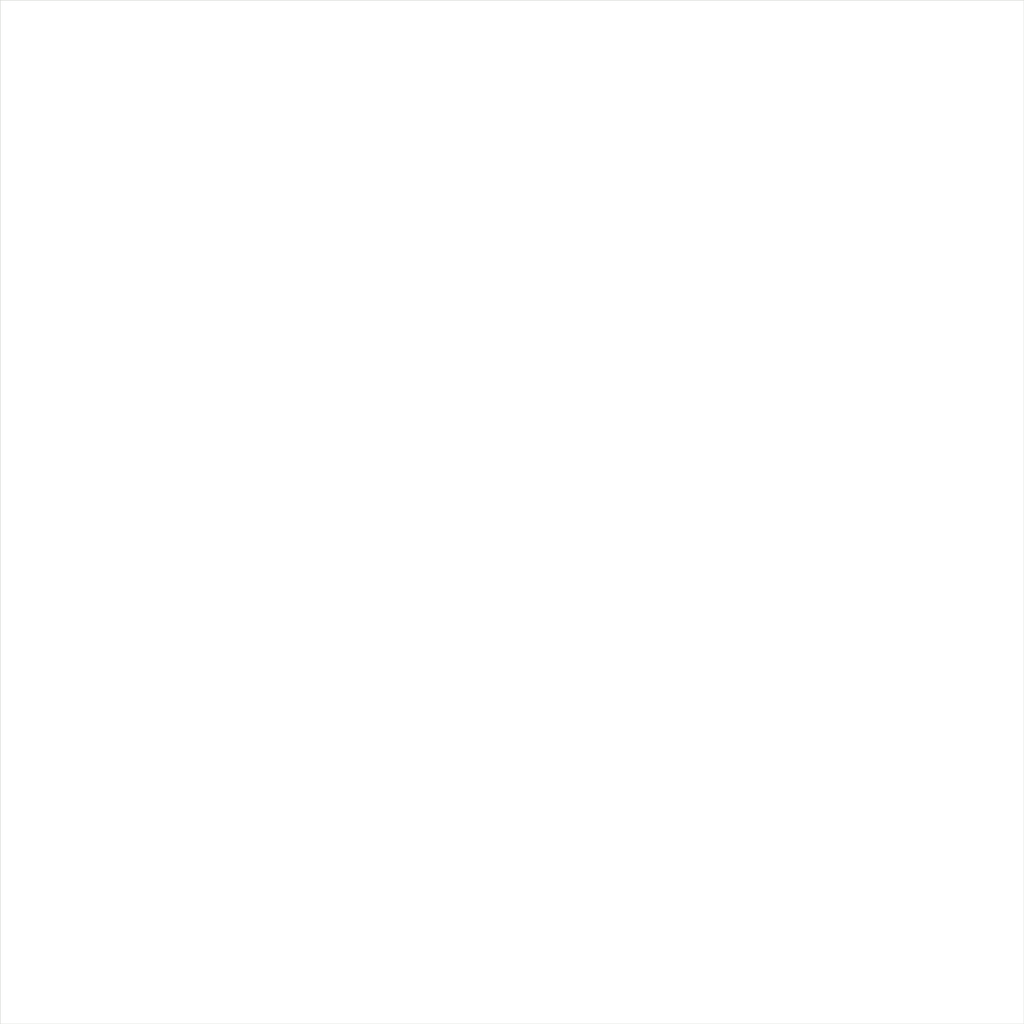
<source format=kicad_pcb>
(kicad_pcb (version 20171130) (host pcbnew "(5.1.2)-1")

  (general
    (thickness 1.6)
    (drawings 4)
    (tracks 0)
    (zones 0)
    (modules 0)
    (nets 1)
  )

  (page A4)
  (layers
    (0 F.Cu signal)
    (31 B.Cu signal)
    (32 B.Adhes user)
    (33 F.Adhes user)
    (34 B.Paste user)
    (35 F.Paste user)
    (36 B.SilkS user)
    (37 F.SilkS user)
    (38 B.Mask user)
    (39 F.Mask user)
    (40 Dwgs.User user)
    (41 Cmts.User user)
    (42 Eco1.User user)
    (43 Eco2.User user)
    (44 Edge.Cuts user)
    (45 Margin user)
    (46 B.CrtYd user)
    (47 F.CrtYd user)
    (48 B.Fab user)
    (49 F.Fab user)
  )

  (setup
    (last_trace_width 0.25)
    (trace_clearance 0.2)
    (zone_clearance 0.508)
    (zone_45_only no)
    (trace_min 0.2)
    (via_size 0.8)
    (via_drill 0.4)
    (via_min_size 0.4)
    (via_min_drill 0.3)
    (uvia_size 0.3)
    (uvia_drill 0.1)
    (uvias_allowed no)
    (uvia_min_size 0.2)
    (uvia_min_drill 0.1)
    (edge_width 0.05)
    (segment_width 0.2)
    (pcb_text_width 0.3)
    (pcb_text_size 1.5 1.5)
    (mod_edge_width 0.12)
    (mod_text_size 1 1)
    (mod_text_width 0.15)
    (pad_size 1.524 1.524)
    (pad_drill 0.762)
    (pad_to_mask_clearance 0.051)
    (solder_mask_min_width 0.25)
    (aux_axis_origin 150 50)
    (visible_elements 7FFFFFFF)
    (pcbplotparams
      (layerselection 0x01000_7ffffffe)
      (usegerberextensions true)
      (usegerberattributes false)
      (usegerberadvancedattributes false)
      (creategerberjobfile false)
      (excludeedgelayer true)
      (linewidth 0.100000)
      (plotframeref false)
      (viasonmask false)
      (mode 1)
      (useauxorigin true)
      (hpglpennumber 1)
      (hpglpenspeed 20)
      (hpglpendiameter 15.000000)
      (psnegative false)
      (psa4output false)
      (plotreference false)
      (plotvalue false)
      (plotinvisibletext false)
      (padsonsilk true)
      (subtractmaskfromsilk false)
      (outputformat 1)
      (mirror false)
      (drillshape 0)
      (scaleselection 1)
      (outputdirectory "gerbers/"))
  )

  (net 0 "")

  (net_class Default "This is the default net class."
    (clearance 0.2)
    (trace_width 0.25)
    (via_dia 0.8)
    (via_drill 0.4)
    (uvia_dia 0.3)
    (uvia_drill 0.1)
  )

  (gr_line (start 250 -50) (end 150 -50) (layer Edge.Cuts) (width 0.05) (tstamp 5E4DC57C))
  (gr_line (start 250 50) (end 250 -50) (layer Edge.Cuts) (width 0.05))
  (gr_line (start 150 50) (end 250 50) (layer Edge.Cuts) (width 0.05))
  (gr_line (start 150 -50) (end 150 50) (layer Edge.Cuts) (width 0.05))

)

</source>
